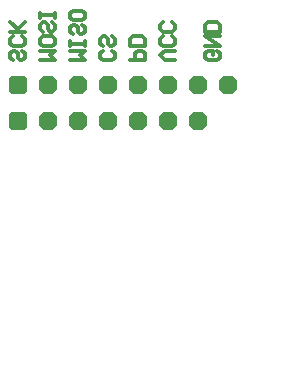
<source format=gbs>
G04*
G04 #@! TF.GenerationSoftware,Altium Limited,Altium Designer,22.3.1 (43)*
G04*
G04 Layer_Color=16711935*
%FSLAX25Y25*%
%MOIN*%
G70*
G04*
G04 #@! TF.SameCoordinates,86CE2B45-03AC-4702-9D3B-54DB2B16A980*
G04*
G04*
G04 #@! TF.FilePolarity,Negative*
G04*
G01*
G75*
%ADD10C,0.01181*%
%ADD25P,0.06825X8X22.5*%
G04:AMPARAMS|DCode=26|XSize=63.06mil|YSize=63.06mil|CornerRadius=16.76mil|HoleSize=0mil|Usage=FLASHONLY|Rotation=0.000|XOffset=0mil|YOffset=0mil|HoleType=Round|Shape=RoundedRectangle|*
%AMROUNDEDRECTD26*
21,1,0.06306,0.02953,0,0,0.0*
21,1,0.02953,0.06306,0,0,0.0*
1,1,0.03353,0.01476,-0.01476*
1,1,0.03353,-0.01476,-0.01476*
1,1,0.03353,-0.01476,0.01476*
1,1,0.03353,0.01476,0.01476*
%
%ADD26ROUNDEDRECTD26*%
%ADD27C,0.00400*%
D10*
X16574Y121330D02*
X17361Y120543D01*
Y118968D01*
X16574Y118181D01*
X15787D01*
X15000Y118968D01*
Y120543D01*
X14213Y121330D01*
X13426D01*
X12639Y120543D01*
Y118968D01*
X13426Y118181D01*
X16574Y126053D02*
X17361Y125265D01*
Y123691D01*
X16574Y122904D01*
X13426D01*
X12639Y123691D01*
Y125265D01*
X13426Y126053D01*
X17361Y127627D02*
X12639D01*
X14213D01*
X17361Y130775D01*
X15000Y128414D01*
X12639Y130775D01*
X22639Y118181D02*
X27361D01*
X25787Y119755D01*
X27361Y121330D01*
X22639D01*
X27361Y125265D02*
Y123691D01*
X26574Y122904D01*
X23426D01*
X22639Y123691D01*
Y125265D01*
X23426Y126053D01*
X26574D01*
X27361Y125265D01*
X26574Y130775D02*
X27361Y129988D01*
Y128414D01*
X26574Y127627D01*
X25787D01*
X25000Y128414D01*
Y129988D01*
X24213Y130775D01*
X23426D01*
X22639Y129988D01*
Y128414D01*
X23426Y127627D01*
X27361Y132350D02*
Y133924D01*
Y133137D01*
X22639D01*
Y132350D01*
Y133924D01*
X32639Y118181D02*
X37361D01*
X35787Y119755D01*
X37361Y121330D01*
X32639D01*
X37361Y122904D02*
Y124478D01*
Y123691D01*
X32639D01*
Y122904D01*
Y124478D01*
X36574Y129988D02*
X37361Y129201D01*
Y127627D01*
X36574Y126840D01*
X35787D01*
X35000Y127627D01*
Y129201D01*
X34213Y129988D01*
X33426D01*
X32639Y129201D01*
Y127627D01*
X33426Y126840D01*
X37361Y133924D02*
Y132350D01*
X36574Y131563D01*
X33426D01*
X32639Y132350D01*
Y133924D01*
X33426Y134711D01*
X36574D01*
X37361Y133924D01*
X46574Y121330D02*
X47361Y120543D01*
Y118968D01*
X46574Y118181D01*
X43426D01*
X42639Y118968D01*
Y120543D01*
X43426Y121330D01*
X46574Y126053D02*
X47361Y125265D01*
Y123691D01*
X46574Y122904D01*
X45787D01*
X45000Y123691D01*
Y125265D01*
X44213Y126053D01*
X43426D01*
X42639Y125265D01*
Y123691D01*
X43426Y122904D01*
X52639Y118181D02*
X57361D01*
Y120543D01*
X56574Y121330D01*
X55000D01*
X54213Y120543D01*
Y118181D01*
X57361Y122904D02*
X52639D01*
Y125265D01*
X53426Y126053D01*
X56574D01*
X57361Y125265D01*
Y122904D01*
X67361Y118181D02*
X64213D01*
X62639Y119755D01*
X64213Y121330D01*
X67361D01*
X66574Y126053D02*
X67361Y125265D01*
Y123691D01*
X66574Y122904D01*
X63426D01*
X62639Y123691D01*
Y125265D01*
X63426Y126053D01*
X66574Y130775D02*
X67361Y129988D01*
Y128414D01*
X66574Y127627D01*
X63426D01*
X62639Y128414D01*
Y129988D01*
X63426Y130775D01*
X81574Y121330D02*
X82361Y120543D01*
Y118968D01*
X81574Y118181D01*
X78426D01*
X77639Y118968D01*
Y120543D01*
X78426Y121330D01*
X80000D01*
Y119755D01*
X77639Y122904D02*
X82361D01*
X77639Y126053D01*
X82361D01*
Y127627D02*
X77639D01*
Y129988D01*
X78426Y130775D01*
X81574D01*
X82361Y129988D01*
Y127627D01*
D25*
X65000Y110000D02*
D03*
X25000D02*
D03*
X35000D02*
D03*
X45000D02*
D03*
X55000D02*
D03*
X75000D02*
D03*
X85000D02*
D03*
X75000Y98000D02*
D03*
X55000D02*
D03*
X45000D02*
D03*
X35000D02*
D03*
X25000D02*
D03*
X65000D02*
D03*
D26*
X15000Y110000D02*
D03*
Y98000D02*
D03*
D27*
X106299Y15748D02*
D03*
M02*

</source>
